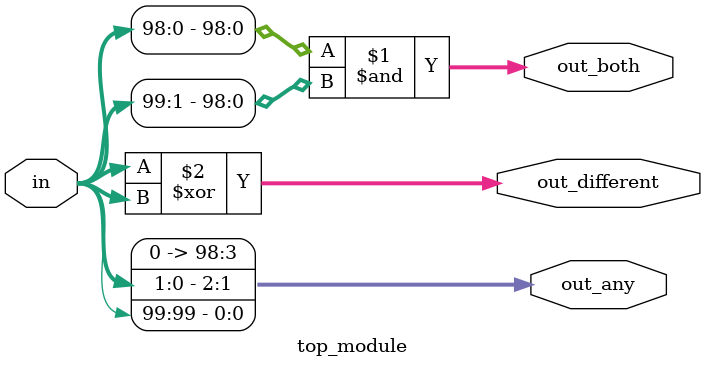
<source format=sv>
module top_module (
    input [99:0] in,
    output [98:0] out_both,
    output [99:1] out_any,
    output [99:0] out_different
);

    assign out_both = in[98:0] & in[99:1];
    
    assign out_any = {in[1:0], in[99]};
    
    assign out_different = in ^ {in[99], in[98:0]};

endmodule

</source>
